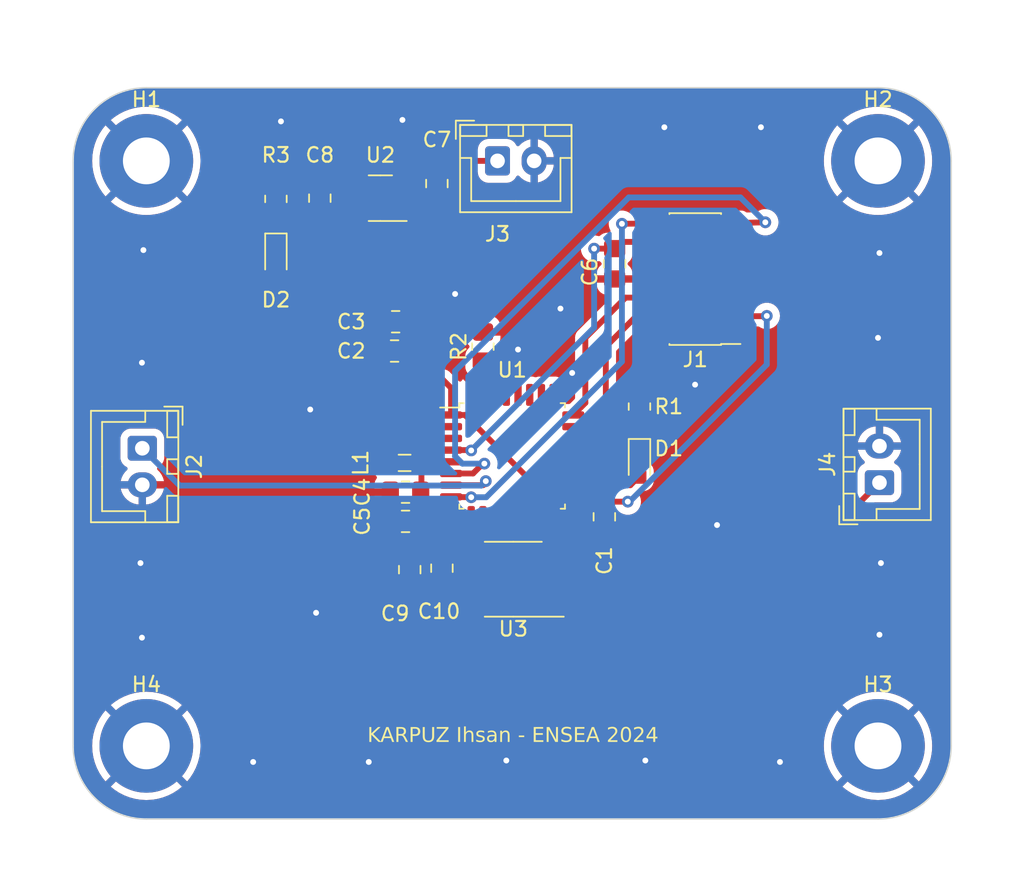
<source format=kicad_pcb>
(kicad_pcb (version 20221018) (generator pcbnew)
  (layers (0 "F.Cu" signal) (31 "B.Cu" signal) (34 "B.Paste" user) (35 "F.Paste" user) (36 "B.SilkS" user "B.Silkscreen") (37 "F.SilkS" user "F.Silkscreen") (38 "B.Mask" user) (39 "F.Mask" user) (44 "Edge.Cuts" user))
  (net 0 "")
  (net 1 "+3.3V")
  (net 2 "GND")
  (net 3 "+3.3VA")
  (net 4 "NRST")
  (net 5 "+5V")
  (net 6 "Net-(D1-K)")
  (net 7 "LED_STATUS")
  (net 8 "Net-(D2-K)")
  (net 11 "SWDIO")
  (net 12 "SWDCK")
  (net 16 "USART2_RX")
  (net 17 "USART2_TX")
  (net 18 "ADC_IN1")
  (net 19 "DAC_OUT")
  (net 20 "Net-(U1-PB9)")
  (net 23 "DAC_nLDAC")
  (net 24 "DAC_nCS")
  (net 25 "SPI1_SCK")
  (net 27 "SPI1_MOSI")
  (footprint "MountingHole:MountingHole_3.2mm_M3_Pad" (layer "F.Cu") (at 180 69)
    (fp_text reference "H2" (at 0 -4.2) (layer "F.SilkS"))
    (fp_text value "MountingHole_Pad")
    (pad "1" thru_hole circle (at 0 0) (size 6.4 6.4) (drill 3.2) (layers "*.Cu" "*.Mask") (net 2 "GND"))
  )
  (footprint "MountingHole:MountingHole_3.2mm_M3_Pad" (layer "F.Cu") (at 180 109)
    (fp_text reference "H3" (at 0 -4.2) (layer "F.SilkS"))
    (fp_text value "MountingHole_Pad")
    (pad "1" thru_hole circle (at 0 0) (size 6.4 6.4) (drill 3.2) (layers "*.Cu" "*.Mask") (net 2 "GND"))
  )
  (footprint "Capacitor_SMD:C_0805_2012Metric_Pad1.18x1.45mm_HandSolder" (layer "F.Cu") (at 147.7125 93.65 180)
    (fp_text reference "C5" (at 2.9625 0 90) (layer "F.SilkS"))
    (fp_text value "10n")
    (fp_line (start -0.261252 -0.735) (end 0.261252 -0.735) (stroke (width 0.12)) (layer "F.SilkS"))
    (fp_line (start -0.261252 0.735) (end 0.261252 0.735) (stroke (width 0.12)) (layer "F.SilkS"))
    (pad "1" smd roundrect (at -1.0375 0 180) (size 1.175 1.45) (layers "F.Cu" "F.Paste" "F.Mask") (roundrect_rratio 0.212766) (net 3 "+3.3VA"))
    (pad "2" smd roundrect (at 1.0375 0 180) (size 1.175 1.45) (layers "F.Cu" "F.Paste" "F.Mask") (roundrect_rratio 0.212766) (net 2 "GND"))
  )
  (footprint "Capacitor_SMD:C_0805_2012Metric_Pad1.18x1.45mm_HandSolder" (layer "F.Cu") (at 162 76.0375 -90)
    (fp_text reference "C6" (at 0.5625 1.7 -90) (layer "F.SilkS"))
    (fp_text value "100n")
    (fp_line (start -0.261252 -0.735) (end 0.261252 -0.735) (stroke (width 0.12)) (layer "F.SilkS"))
    (fp_line (start -0.261252 0.735) (end 0.261252 0.735) (stroke (width 0.12)) (layer "F.SilkS"))
    (pad "1" smd roundrect (at -1.0375 0 270) (size 1.175 1.45) (layers "F.Cu" "F.Paste" "F.Mask") (roundrect_rratio 0.212766) (net 4 "NRST"))
    (pad "2" smd roundrect (at 1.0375 0 270) (size 1.175 1.45) (layers "F.Cu" "F.Paste" "F.Mask") (roundrect_rratio 0.212766) (net 2 "GND"))
  )
  (footprint "Capacitor_SMD:C_0805_2012Metric_Pad1.18x1.45mm_HandSolder" (layer "F.Cu") (at 148 96.95 -90)
    (fp_text reference "C9" (at 3 1 -180) (layer "F.SilkS"))
    (fp_text value "100n")
    (fp_line (start -0.261252 -0.735) (end 0.261252 -0.735) (stroke (width 0.12)) (layer "F.SilkS"))
    (fp_line (start -0.261252 0.735) (end 0.261252 0.735) (stroke (width 0.12)) (layer "F.SilkS"))
    (pad "1" smd roundrect (at -1.0375 0 270) (size 1.175 1.45) (layers "F.Cu" "F.Paste" "F.Mask") (roundrect_rratio 0.212766) (net 3 "+3.3VA"))
    (pad "2" smd roundrect (at 1.0375 0 270) (size 1.175 1.45) (layers "F.Cu" "F.Paste" "F.Mask") (roundrect_rratio 0.212766) (net 2 "GND"))
  )
  (footprint "Connector_JST:JST_XH_B2B-XH-A_1x02_P2.50mm_Vertical" (layer "F.Cu") (at 180.1 91 90)
    (fp_text reference "J4" (at 1.25 -3.55 90) (layer "F.SilkS"))
    (fp_text value "OUTPUT")
    (fp_line (start -2.85 -2.75) (end -2.85 -1.5) (stroke (width 0.12)) (layer "F.SilkS"))
    (fp_line (start -2.56 -2.46) (end -2.56 3.51) (stroke (width 0.12)) (layer "F.SilkS"))
    (fp_line (start -2.56 3.51) (end 5.06 3.51) (stroke (width 0.12)) (layer "F.SilkS"))
    (fp_line (start -2.55 -2.45) (end -2.55 -1.7) (stroke (width 0.12)) (layer "F.SilkS"))
    (fp_line (start -2.55 -1.7) (end -0.75 -1.7) (stroke (width 0.12)) (layer "F.SilkS"))
    (fp_line (start -2.55 -0.2) (end -1.8 -0.2) (stroke (width 0.12)) (layer "F.SilkS"))
    (fp_line (start -1.8 -0.2) (end -1.8 2.75) (stroke (width 0.12)) (layer "F.SilkS"))
    (fp_line (start -1.8 2.75) (end 1.25 2.75) (stroke (width 0.12)) (layer "F.SilkS"))
    (fp_line (start -1.6 -2.75) (end -2.85 -2.75) (stroke (width 0.12)) (layer "F.SilkS"))
    (fp_line (start -0.75 -2.45) (end -2.55 -2.45) (stroke (width 0.12)) (layer "F.SilkS"))
    (fp_line (start -0.75 -1.7) (end -0.75 -2.45) (stroke (width 0.12)) (layer "F.SilkS"))
    (fp_line (start 0.75 -2.45) (end 0.75 -1.7) (stroke (width 0.12)) (layer "F.SilkS"))
    (fp_line (start 0.75 -1.7) (end 1.75 -1.7) (stroke (width 0.12)) (layer "F.SilkS"))
    (fp_line (start 1.75 -2.45) (end 0.75 -2.45) (stroke (width 0.12)) (layer "F.SilkS"))
    (fp_line (start 1.75 -1.7) (end 1.75 -2.45) (stroke (width 0.12)) (layer "F.SilkS"))
    (fp_line (start 3.25 -2.45) (end 3.25 -1.7) (stroke (width 0.12)) (layer "F.SilkS"))
    (fp_line (start 3.25 -1.7) (end 5.05 -1.7) (stroke (width 0.12)) (layer "F.SilkS"))
    (fp_line (start 4.3 -0.2) (end 4.3 2.75) (stroke (width 0.12)) (layer "F.SilkS"))
    (fp_line (start 4.3 2.75) (end 1.25 2.75) (stroke (width 0.12)) (layer "F.SilkS"))
    (fp_line (start 5.05 -2.45) (end 3.25 -2.45) (stroke (width 0.12)) (layer "F.SilkS"))
    (fp_line (start 5.05 -1.7) (end 5.05 -2.45) (stroke (width 0.12)) (layer "F.SilkS"))
    (fp_line (start 5.05 -0.2) (end 4.3 -0.2) (stroke (width 0.12)) (layer "F.SilkS"))
    (fp_line (start 5.06 -2.46) (end -2.56 -2.46) (stroke (width 0.12)) (layer "F.SilkS"))
    (fp_line (start 5.06 3.51) (end 5.06 -2.46) (stroke (width 0.12)) (layer "F.SilkS"))
    (pad "1" thru_hole roundrect (at 0 0 90) (size 1.7 2) (drill 1) (layers "*.Cu" "*.Mask") (roundrect_rratio 0.147059) (net 19 "DAC_OUT"))
    (pad "2" thru_hole oval (at 2.5 0 90) (size 1.7 2) (drill 1) (layers "*.Cu" "*.Mask") (net 2 "GND"))
  )
  (footprint "Capacitor_SMD:C_0805_2012Metric" (layer "F.Cu") (at 149.856249 70.55 -90)
    (fp_text reference "C7" (at -3 0 -180) (layer "F.SilkS"))
    (fp_text value "1uF")
    (fp_line (start -0.261252 -0.735) (end 0.261252 -0.735) (stroke (width 0.12)) (layer "F.SilkS"))
    (fp_line (start -0.261252 0.735) (end 0.261252 0.735) (stroke (width 0.12)) (layer "F.SilkS"))
    (pad "1" smd roundrect (at -0.95 0 270) (size 1 1.45) (layers "F.Cu" "F.Paste" "F.Mask") (net 5 "+5V"))
    (pad "2" smd roundrect (at 0.95 0 270) (size 1 1.45) (layers "F.Cu" "F.Paste" "F.Mask") (net 2 "GND"))
  )
  (footprint "Capacitor_SMD:C_0805_2012Metric_Pad1.18x1.45mm_HandSolder" (layer "F.Cu") (at 147.7125 91.65 180)
    (fp_text reference "C4" (at 2.9625 0 90) (layer "F.SilkS"))
    (fp_text value "1u")
    (fp_line (start -0.261252 -0.735) (end 0.261252 -0.735) (stroke (width 0.12)) (layer "F.SilkS"))
    (fp_line (start -0.261252 0.735) (end 0.261252 0.735) (stroke (width 0.12)) (layer "F.SilkS"))
    (pad "1" smd roundrect (at -1.0375 0 180) (size 1.175 1.45) (layers "F.Cu" "F.Paste" "F.Mask") (roundrect_rratio 0.212766) (net 3 "+3.3VA"))
    (pad "2" smd roundrect (at 1.0375 0 180) (size 1.175 1.45) (layers "F.Cu" "F.Paste" "F.Mask") (roundrect_rratio 0.212766) (net 2 "GND"))
  )
  (footprint "Capacitor_SMD:C_0805_2012Metric" (layer "F.Cu") (at 150.2 96.85 -90)
    (fp_text reference "C10" (at 2.95 0.2 -180) (layer "F.SilkS"))
    (fp_text value "10u")
    (fp_line (start -0.261252 -0.735) (end 0.261252 -0.735) (stroke (width 0.12)) (layer "F.SilkS"))
    (fp_line (start -0.261252 0.735) (end 0.261252 0.735) (stroke (width 0.12)) (layer "F.SilkS"))
    (pad "1" smd roundrect (at -0.95 0 270) (size 1 1.45) (layers "F.Cu" "F.Paste" "F.Mask") (net 3 "+3.3VA"))
    (pad "2" smd roundrect (at 0.95 0 270) (size 1 1.45) (layers "F.Cu" "F.Paste" "F.Mask") (net 2 "GND"))
  )
  (footprint "Resistor_SMD:R_0805_2012Metric_Pad1.20x1.40mm_HandSolder" (layer "F.Cu") (at 163.7 85.8 90)
    (fp_text reference "R1" (at 0 2 180) (layer "F.SilkS"))
    (fp_text value "1k")
    (fp_line (start -0.227064 -0.735) (end 0.227064 -0.735) (stroke (width 0.12)) (layer "F.SilkS"))
    (fp_line (start -0.227064 0.735) (end 0.227064 0.735) (stroke (width 0.12)) (layer "F.SilkS"))
    (pad "1" smd roundrect (at -1 0 90) (size 1.2 1.4) (layers "F.Cu" "F.Paste" "F.Mask") (roundrect_rratio 0.208333) (net 6 "Net-(D1-K)"))
    (pad "2" smd roundrect (at 1 0 90) (size 1.2 1.4) (layers "F.Cu" "F.Paste" "F.Mask") (roundrect_rratio 0.208333) (net 2 "GND"))
  )
  (footprint "Resistor_SMD:R_0805_2012Metric_Pad1.20x1.40mm_HandSolder" (layer "F.Cu") (at 153 81.7 90)
    (fp_text reference "R2" (at 0 -1.65 90) (layer "F.SilkS"))
    (fp_text value "100k")
    (fp_line (start -0.227064 -0.735) (end 0.227064 -0.735) (stroke (width 0.12)) (layer "F.SilkS"))
    (fp_line (start -0.227064 0.735) (end 0.227064 0.735) (stroke (width 0.12)) (layer "F.SilkS"))
    (pad "1" smd roundrect (at -1 0 90) (size 1.2 1.4) (layers "F.Cu" "F.Paste" "F.Mask") (roundrect_rratio 0.208333) (net 20 "Net-(U1-PB9)"))
    (pad "2" smd roundrect (at 1 0 90) (size 1.2 1.4) (layers "F.Cu" "F.Paste" "F.Mask") (roundrect_rratio 0.208333) (net 2 "GND"))
  )
  (footprint "Capacitor_SMD:C_0805_2012Metric_Pad1.18x1.45mm_HandSolder" (layer "F.Cu") (at 146.9625 82)
    (fp_text reference "C2" (at -2.9625 0) (layer "F.SilkS"))
    (fp_text value "100n")
    (fp_line (start -0.261252 -0.735) (end 0.261252 -0.735) (stroke (width 0.12)) (layer "F.SilkS"))
    (fp_line (start -0.261252 0.735) (end 0.261252 0.735) (stroke (width 0.12)) (layer "F.SilkS"))
    (pad "1" smd roundrect (at -1.0375 0) (size 1.175 1.45) (layers "F.Cu" "F.Paste" "F.Mask") (roundrect_rratio 0.212766) (net 1 "+3.3V"))
    (pad "2" smd roundrect (at 1.0375 0) (size 1.175 1.45) (layers "F.Cu" "F.Paste" "F.Mask") (roundrect_rratio 0.212766) (net 2 "GND"))
  )
  (footprint "LED_SMD:LED_0603_1608Metric_Pad1.05x0.95mm_HandSolder" (layer "F.Cu") (at 163.7 89.675 -90)
    (fp_text reference "D1" (at -1 -2 -180) (layer "F.SilkS"))
    (fp_text value "~")
    (fp_line (start -1.66 -0.735) (end -1.66 0.735) (stroke (width 0.12)) (layer "F.SilkS"))
    (fp_line (start -1.66 0.735) (end 0.8 0.735) (stroke (width 0.12)) (layer "F.SilkS"))
    (fp_line (start 0.8 -0.735) (end -1.66 -0.735) (stroke (width 0.12)) (layer "F.SilkS"))
    (pad "1" smd roundrect (at -0.875 0 270) (size 1.05 0.95) (layers "F.Cu" "F.Paste" "F.Mask") (net 6 "Net-(D1-K)"))
    (pad "2" smd roundrect (at 0.875 0 270) (size 1.05 0.95) (layers "F.Cu" "F.Paste" "F.Mask") (net 7 "LED_STATUS"))
  )
  (footprint "LED_SMD:LED_0603_1608Metric_Pad1.05x0.95mm_HandSolder" (layer "F.Cu") (at 138.856249 75.625 -90)
    (fp_text reference "D2" (at 2.875 0 -180) (layer "F.SilkS"))
    (fp_text value "~")
    (fp_line (start -1.66 -0.735) (end -1.66 0.735) (stroke (width 0.12)) (layer "F.SilkS"))
    (fp_line (start -1.66 0.735) (end 0.8 0.735) (stroke (width 0.12)) (layer "F.SilkS"))
    (fp_line (start 0.8 -0.735) (end -1.66 -0.735) (stroke (width 0.12)) (layer "F.SilkS"))
    (pad "1" smd roundrect (at -0.875 0 270) (size 1.05 0.95) (layers "F.Cu" "F.Paste" "F.Mask") (net 8 "Net-(D2-K)"))
    (pad "2" smd roundrect (at 0.875 0 270) (size 1.05 0.95) (layers "F.Cu" "F.Paste" "F.Mask") (net 1 "+3.3V"))
  )
  (footprint "Capacitor_SMD:C_0805_2012Metric" (layer "F.Cu") (at 141.856249 71.55 90)
    (fp_text reference "C8" (at 2.95 0) (layer "F.SilkS"))
    (fp_text value "1uF")
    (fp_line (start -0.261252 -0.735) (end 0.261252 -0.735) (stroke (width 0.12)) (layer "F.SilkS"))
    (fp_line (start -0.261252 0.735) (end 0.261252 0.735) (stroke (width 0.12)) (layer "F.SilkS"))
    (pad "1" smd roundrect (at -0.95 0 90) (size 1 1.45) (layers "F.Cu" "F.Paste" "F.Mask") (net 1 "+3.3V"))
    (pad "2" smd roundrect (at 0.95 0 90) (size 1 1.45) (layers "F.Cu" "F.Paste" "F.Mask") (net 2 "GND"))
  )
  (footprint "MountingHole:MountingHole_3.2mm_M3_Pad" (layer "F.Cu") (at 130 69)
    (fp_text reference "H1" (at 0 -4.2) (layer "F.SilkS"))
    (fp_text value "MountingHole_Pad")
    (pad "1" thru_hole circle (at 0 0) (size 6.4 6.4) (drill 3.2) (layers "*.Cu" "*.Mask") (net 2 "GND"))
  )
  (footprint "Connector_JST:JST_XH_B2B-XH-A_1x02_P2.50mm_Vertical" (layer "F.Cu") (at 129.725 88.65 -90)
    (fp_text reference "J2" (at 1.25 -3.55 90) (layer "F.SilkS"))
    (fp_text value "INPUT")
    (fp_line (start -2.85 -2.75) (end -2.85 -1.5) (stroke (width 0.12)) (layer "F.SilkS"))
    (fp_line (start -2.56 -2.46) (end -2.56 3.51) (stroke (width 0.12)) (layer "F.SilkS"))
    (fp_line (start -2.56 3.51) (end 5.06 3.51) (stroke (width 0.12)) (layer "F.SilkS"))
    (fp_line (start -2.55 -2.45) (end -2.55 -1.7) (stroke (width 0.12)) (layer "F.SilkS"))
    (fp_line (start -2.55 -1.7) (end -0.75 -1.7) (stroke (width 0.12)) (layer "F.SilkS"))
    (fp_line (start -2.55 -0.2) (end -1.8 -0.2) (stroke (width 0.12)) (layer "F.SilkS"))
    (fp_line (start -1.8 -0.2) (end -1.8 2.75) (stroke (width 0.12)) (layer "F.SilkS"))
    (fp_line (start -1.8 2.75) (end 1.25 2.75) (stroke (width 0.12)) (layer "F.SilkS"))
    (fp_line (start -1.6 -2.75) (end -2.85 -2.75) (stroke (width 0.12)) (layer "F.SilkS"))
    (fp_line (start -0.75 -2.45) (end -2.55 -2.45) (stroke (width 0.12)) (layer "F.SilkS"))
    (fp_line (start -0.75 -1.7) (end -0.75 -2.45) (stroke (width 0.12)) (layer "F.SilkS"))
    (fp_line (start 0.75 -2.45) (end 0.75 -1.7) (stroke (width 0.12)) (layer "F.SilkS"))
    (fp_line (start 0.75 -1.7) (end 1.75 -1.7) (stroke (width 0.12)) (layer "F.SilkS"))
    (fp_line (start 1.75 -2.45) (end 0.75 -2.45) (stroke (width 0.12)) (layer "F.SilkS"))
    (fp_line (start 1.75 -1.7) (end 1.75 -2.45) (stroke (width 0.12)) (layer "F.SilkS"))
    (fp_line (start 3.25 -2.45) (end 3.25 -1.7) (stroke (width 0.12)) (layer "F.SilkS"))
    (fp_line (start 3.25 -1.7) (end 5.05 -1.7) (stroke (width 0.12)) (layer "F.SilkS"))
    (fp_line (start 4.3 -0.2) (end 4.3 2.75) (stroke (width 0.12)) (layer "F.SilkS"))
    (fp_line (start 4.3 2.75) (end 1.25 2.75) (stroke (width 0.12)) (layer "F.SilkS"))
    (fp_line (start 5.05 -2.45) (end 3.25 -2.45) (stroke (width 0.12)) (layer "F.SilkS"))
    (fp_line (start 5.05 -1.7) (end 5.05 -2.45) (stroke (width 0.12)) (layer "F.SilkS"))
    (fp_line (start 5.05 -0.2) (end 4.3 -0.2) (stroke (width 0.12)) (layer "F.SilkS"))
    (fp_line (start 5.06 -2.46) (end -2.56 -2.46) (stroke (width 0.12)) (layer "F.SilkS"))
    (fp_line (start 5.06 3.51) (end 5.06 -2.46) (stroke (width 0.12)) (layer "F.SilkS"))
    (pad "1" thru_hole roundrect (at 0 0 270) (size 1.7 2) (drill 1) (layers "*.Cu" "*.Mask") (roundrect_rratio 0.147059) (net 18 "ADC_IN1"))
    (pad "2" thru_hole oval (at 2.5 0 270) (size 1.7 2) (drill 1) (layers "*.Cu" "*.Mask") (net 2 "GND"))
  )
  (footprint "Connector_PinHeader_1.27mm:PinHeader_2x07_P1.27mm_Vertical_SMD" (layer "F.Cu") (at 167.51 77.08 180)
    (fp_text reference "J1" (at 0 -5.505) (layer "F.SilkS"))
    (fp_text value "Conn_02x07_Odd_Even")
    (fp_line (start -3.09 -4.44) (end -1.765 -4.44) (stroke (width 0.12)) (layer "F.SilkS"))
    (fp_line (start -1.765 -4.505) (end -1.765 -4.44) (stroke (width 0.12)) (layer "F.SilkS"))
    (fp_line (start -1.765 -4.505) (end 1.765 -4.505) (stroke (width 0.12)) (layer "F.SilkS"))
    (fp_line (start -1.765 4.44) (end -1.765 4.505) (stroke (width 0.12)) (layer "F.SilkS"))
    (fp_line (start -1.765 4.505) (end 1.765 4.505) (stroke (width 0.12)) (layer "F.SilkS"))
    (fp_line (start 1.765 -4.505) (end 1.765 -4.44) (stroke (width 0.12)) (layer "F.SilkS"))
    (fp_line (start 1.765 4.44) (end 1.765 4.505) (stroke (width 0.12)) (layer "F.SilkS"))
    (pad "1" smd rect (at -1.95 -3.81 180) (size 2.4 0.74) (layers "F.Cu" "F.Paste" "F.Mask"))
    (pad "2" smd rect (at 1.95 -3.81 180) (size 2.4 0.74) (layers "F.Cu" "F.Paste" "F.Mask"))
    (pad "3" smd rect (at -1.95 -2.54 180) (size 2.4 0.74) (layers "F.Cu" "F.Paste" "F.Mask") (net 1 "+3.3V"))
    (pad "4" smd rect (at 1.95 -2.54 180) (size 2.4 0.74) (layers "F.Cu" "F.Paste" "F.Mask") (net 11 "SWDIO"))
    (pad "5" smd rect (at -1.95 -1.27 180) (size 2.4 0.74) (layers "F.Cu" "F.Paste" "F.Mask") (net 2 "GND"))
    (pad "6" smd rect (at 1.95 -1.27 180) (size 2.4 0.74) (layers "F.Cu" "F.Paste" "F.Mask") (net 12 "SWDCK"))
    (pad "7" smd rect (at -1.95 0 180) (size 2.4 0.74) (layers "F.Cu" "F.Paste" "F.Mask") (net 2 "GND"))
    (pad "8" smd rect (at 1.95 0 180) (size 2.4 0.74) (layers "F.Cu" "F.Paste" "F.Mask"))
    (pad "9" smd rect (at -1.95 1.27 180) (size 2.4 0.74) (layers "F.Cu" "F.Paste" "F.Mask"))
    (pad "10" smd rect (at 1.95 1.27 180) (size 2.4 0.74) (layers "F.Cu" "F.Paste" "F.Mask"))
    (pad "11" smd rect (at -1.95 2.54 180) (size 2.4 0.74) (layers "F.Cu" "F.Paste" "F.Mask") (net 2 "GND"))
    (pad "12" smd rect (at 1.95 2.54 180) (size 2.4 0.74) (layers "F.Cu" "F.Paste" "F.Mask") (net 4 "NRST"))
    (pad "13" smd rect (at -1.95 3.81 180) (size 2.4 0.74) (layers "F.Cu" "F.Paste" "F.Mask") (net 16 "USART2_RX"))
    (pad "14" smd rect (at 1.95 3.81 180) (size 2.4 0.74) (layers "F.Cu" "F.Paste" "F.Mask") (net 17 "USART2_TX"))
  )
  (footprint "Connector_JST:JST_XH_B2B-XH-A_1x02_P2.50mm_Vertical" (layer "F.Cu") (at 154 69)
    (fp_text reference "J3" (at 0 5) (layer "F.SilkS"))
    (fp_text value "POWER")
    (fp_line (start -2.85 -2.75) (end -2.85 -1.5) (stroke (width 0.12)) (layer "F.SilkS"))
    (fp_line (start -2.56 -2.46) (end -2.56 3.51) (stroke (width 0.12)) (layer "F.SilkS"))
    (fp_line (start -2.56 3.51) (end 5.06 3.51) (stroke (width 0.12)) (layer "F.SilkS"))
    (fp_line (start -2.55 -2.45) (end -2.55 -1.7) (stroke (width 0.12)) (layer "F.SilkS"))
    (fp_line (start -2.55 -1.7) (end -0.75 -1.7) (stroke (width 0.12)) (layer "F.SilkS"))
    (fp_line (start -2.55 -0.2) (end -1.8 -0.2) (stroke (width 0.12)) (layer "F.SilkS"))
    (fp_line (start -1.8 -0.2) (end -1.8 2.75) (stroke (width 0.12)) (layer "F.SilkS"))
    (fp_line (start -1.8 2.75) (end 1.25 2.75) (stroke (width 0.12)) (layer "F.SilkS"))
    (fp_line (start -1.6 -2.75) (end -2.85 -2.75) (stroke (width 0.12)) (layer "F.SilkS"))
    (fp_line (start -0.75 -2.45) (end -2.55 -2.45) (stroke (width 0.12)) (layer "F.SilkS"))
    (fp_line (start -0.75 -1.7) (end -0.75 -2.45) (stroke (width 0.12)) (layer "F.SilkS"))
    (fp_line (start 0.75 -2.45) (end 0.75 -1.7) (stroke (width 0.12)) (layer "F.SilkS"))
    (fp_line (start 0.75 -1.7) (end 1.75 -1.7) (stroke (width 0.12)) (layer "F.SilkS"))
    (fp_line (start 1.75 -2.45) (end 0.75 -2.45) (stroke (width 0.12)) (layer "F.SilkS"))
    (fp_line (start 1.75 -1.7) (end 1.75 -2.45) (stroke (width 0.12)) (layer "F.SilkS"))
    (fp_line (start 3.25 -2.45) (end 3.25 -1.7) (stroke (width 0.12)) (layer "F.SilkS"))
    (fp_line (start 3.25 -1.7) (end 5.05 -1.7) (stroke (width 0.12)) (layer "F.SilkS"))
    (fp_line (start 4.3 -0.2) (end 4.3 2.75) (stroke (width 0.12)) (layer "F.SilkS"))
    (fp_line (start 4.3 2.75) (end 1.25 2.75) (stroke (width 0.12)) (layer "F.SilkS"))
    (fp_line (start 5.05 -2.45) (end 3.25 -2.45) (stroke (width 0.12)) (layer "F.SilkS"))
    (fp_line (start 5.05 -1.7) (end 5.05 -2.45) (stroke (width 0.12)) (layer "F.SilkS"))
    (fp_line (start 5.05 -0.2) (end 4.3 -0.2) (stroke (width 0.12)) (layer "F.SilkS"))
    (fp_line (start 5.06 -2.46) (end -2.56 -2.46) (stroke (width 0.12)) (layer "F.SilkS"))
    (fp_line (start 5.06 3.51) (end 5.06 -2.46) (stroke (width 0.12)) (layer "F.SilkS"))
    (pad "1" thru_hole roundrect (at 0 0) (size 1.7 2) (drill 1) (layers "*.Cu" "*.Mask") (roundrect_rratio 0.147059) (net 5 "+5V"))
    (pad "2" thru_hole oval (at 2.5 0) (size 1.7 2) (drill 1) (layers "*.Cu" "*.Mask") (net 2 "GND"))
  )
  (footprint "Inductor_SMD:L_0805_2012Metric_Pad1.05x1.20mm_HandSolder" (layer "F.Cu") (at 147.65 89.65)
    (fp_text reference "L1" (at -3 0 90) (layer "F.SilkS"))
    (fp_text value "39n")
    (fp_line (start -0.410242 -0.56) (end 0.410242 -0.56) (stroke (width 0.12)) (layer "F.SilkS"))
    (fp_line (start -0.410242 0.56) (end 0.410242 0.56) (stroke (width 0.12)) (layer "F.SilkS"))
    (pad "1" smd roundrect (at -1.15 0) (size 1.05 1.2) (layers "F.Cu" "F.Paste" "F.Mask") (roundrect_rratio 0.238095) (net 1 "+3.3V"))
    (pad "2" smd roundrect (at 1.15 0) (size 1.05 1.2) (layers "F.Cu" "F.Paste" "F.Mask") (roundrect_rratio 0.238095) (net 3 "+3.3VA"))
  )
  (footprint "Package_SO:SOIC-8_3.9x4.9mm_P1.27mm" (layer "F.Cu") (at 155.075 97.605 180)
    (fp_text reference "U3" (at 0 -3.4) (layer "F.SilkS"))
    (fp_text value "MCP4801")
    (fp_line (start 0 -2.56) (end -3.45 -2.56) (stroke (width 0.12)) (layer "F.SilkS"))
    (fp_line (start 0 -2.56) (end 1.95 -2.56) (stroke (width 0.12)) (layer "F.SilkS"))
    (fp_line (start 0 2.56) (end -1.95 2.56) (stroke (width 0.12)) (layer "F.SilkS"))
    (fp_line (start 0 2.56) (end 1.95 2.56) (stroke (width 0.12)) (layer "F.SilkS"))
    (pad "1" smd roundrect (at -2.475 -1.905 180) (size 1.95 0.6) (layers "F.Cu" "F.Paste" "F.Mask") (net 3 "+3.3VA"))
    (pad "2" smd roundrect (at -2.475 -0.635 180) (size 1.95 0.6) (layers "F.Cu" "F.Paste" "F.Mask") (net 24 "DAC_nCS"))
    (pad "3" smd roundrect (at -2.475 0.635 180) (size 1.95 0.6) (layers "F.Cu" "F.Paste" "F.Mask") (net 25 "SPI1_SCK"))
    (pad "4" smd roundrect (at -2.475 1.905 180) (size 1.95 0.6) (layers "F.Cu" "F.Paste" "F.Mask") (net 27 "SPI1_MOSI"))
    (pad "5" smd roundrect (at 2.475 1.905 180) (size 1.95 0.6) (layers "F.Cu" "F.Paste" "F.Mask") (net 23 "DAC_nLDAC"))
    (pad "6" smd roundrect (at 2.475 0.635 180) (size 1.95 0.6) (layers "F.Cu" "F.Paste" "F.Mask") (net 3 "+3.3VA"))
    (pad "7" smd roundrect (at 2.475 -0.635 180) (size 1.95 0.6) (layers "F.Cu" "F.Paste" "F.Mask") (net 2 "GND"))
    (pad "8" smd roundrect (at 2.475 -1.905 180) (size 1.95 0.6) (layers "F.Cu" "F.Paste" "F.Mask") (net 19 "DAC_OUT"))
  )
  (footprint "Capacitor_SMD:C_0805_2012Metric_Pad1.18x1.45mm_HandSolder" (layer "F.Cu") (at 161.3 93.3375 -90)
    (fp_text reference "C1" (at 3 0 90) (layer "F.SilkS"))
    (fp_text value "4u7")
    (fp_line (start -0.261252 -0.735) (end 0.261252 -0.735) (stroke (width 0.12)) (layer "F.SilkS"))
    (fp_line (start -0.261252 0.735) (end 0.261252 0.735) (stroke (width 0.12)) (layer "F.SilkS"))
    (pad "1" smd roundrect (at -1.0375 0 270) (size 1.175 1.45) (layers "F.Cu" "F.Paste" "F.Mask") (roundrect_rratio 0.212766) (net 1 "+3.3V"))
    (pad "2" smd roundrect (at 1.0375 0 270) (size 1.175 1.45) (layers "F.Cu" "F.Paste" "F.Mask") (roundrect_rratio 0.212766) (net 2 "GND"))
  )
  (footprint "Resistor_SMD:R_0805_2012Metric_Pad1.20x1.40mm_HandSolder" (layer "F.Cu") (at 138.856249 71.6 90)
    (fp_text reference "R3" (at 3 0 180) (layer "F.SilkS"))
    (fp_text value "1k")
    (fp_line (start -0.227064 -0.735) (end 0.227064 -0.735) (stroke (width 0.12)) (layer "F.SilkS"))
    (fp_line (start -0.227064 0.735) (end 0.227064 0.735) (stroke (width 0.12)) (layer "F.SilkS"))
    (pad "1" smd roundrect (at -1 0 90) (size 1.2 1.4) (layers "F.Cu" "F.Paste" "F.Mask") (roundrect_rratio 0.208333) (net 8 "Net-(D2-K)"))
    (pad "2" smd roundrect (at 1 0 90) (size 1.2 1.4) (layers "F.Cu" "F.Paste" "F.Mask") (roundrect_rratio 0.208333) (net 2 "GND"))
  )
  (footprint "Package_QFP:LQFP-32_7x7mm_P0.8mm" (layer "F.Cu") (at 155 89.175)
    (fp_text reference "U1" (at 0 -5.88) (layer "F.SilkS"))
    (fp_text value "STM32L021K4Tx")
    (fp_line (start -3.61 -3.61) (end -3.61 -3.31) (stroke (width 0.12)) (layer "F.SilkS"))
    (fp_line (start -3.61 -3.31) (end -4.925 -3.31) (stroke (width 0.12)) (layer "F.SilkS"))
    (fp_line (start -3.61 3.61) (end -3.61 3.31) (stroke (width 0.12)) (layer "F.SilkS"))
    (fp_line (start -3.31 -3.61) (end -3.61 -3.61) (stroke (width 0.12)) (layer "F.SilkS"))
    (fp_line (start -3.31 3.61) (end -3.61 3.61) (stroke (width 0.12)) (layer "F.SilkS"))
    (fp_line (start 3.31 -3.61) (end 3.61 -3.61) (stroke (width 0.12)) (layer "F.SilkS"))
    (fp_line (start 3.31 3.61) (end 3.61 3.61) (stroke (width 0.12)) (layer "F.SilkS"))
    (fp_line (start 3.61 -3.61) (end 3.61 -3.31) (stroke (width 0.12)) (layer "F.SilkS"))
    (fp_line (start 3.61 3.61) (end 3.61 3.31) (stroke (width 0.12)) (layer "F.SilkS"))
    (pad "1" smd roundrect (at -4.175 -2.8) (size 1.5 0.5) (layers "F.Cu" "F.Paste" "F.Mask") (net 1 "+3.3V"))
    (pad "2" smd roundrect (at -4.175 -2) (size 1.5 0.5) (layers "F.Cu" "F.Paste" "F.Mask"))
    (pad "3" smd roundrect (at -4.175 -1.2) (size 1.5 0.5) (layers "F.Cu" "F.Paste" "F.Mask"))
    (pad "4" smd roundrect (at -4.175 -0.4) (size 1.5 0.5) (layers "F.Cu" "F.Paste" "F.Mask") (net 4 "NRST"))
    (pad "5" smd roundrect (at -4.175 0.4) (size 1.5 0.5) (layers "F.Cu" "F.Paste" "F.Mask") (net 3 "+3.3VA"))
    (pad "6" smd roundrect (at -4.175 1.2) (size 1.5 0.5) (layers "F.Cu" "F.Paste" "F.Mask") (net 16 "USART2_RX"))
    (pad "7" smd roundrect (at -4.175 2) (size 1.5 0.5) (layers "F.Cu" "F.Paste" "F.Mask") (net 18 "ADC_IN1"))
    (pad "8" smd roundrect (at -4.175 2.8) (size 1.5 0.5) (layers "F.Cu" "F.Paste" "F.Mask") (net 17 "USART2_TX"))
    (pad "9" smd roundrect (at -2.8 4.175) (size 0.5 1.5) (layers "F.Cu" "F.Paste" "F.Mask") (net 23 "DAC_nLDAC"))
    (pad "10" smd roundrect (at -2 4.175) (size 0.5 1.5) (layers "F.Cu" "F.Paste" "F.Mask") (net 24 "DAC_nCS"))
    (pad "11" smd roundrect (at -1.2 4.175) (size 0.5 1.5) (layers "F.Cu" "F.Paste" "F.Mask") (net 25 "SPI1_SCK"))
    (pad "12" smd roundrect (at -0.4 4.175) (size 0.5 1.5) (layers "F.Cu" "F.Paste" "F.Mask"))
    (pad "13" smd roundrect (at 0.4 4.175) (size 0.5 1.5) (layers "F.Cu" "F.Paste" "F.Mask") (net 27 "SPI1_MOSI"))
    (pad "14" smd roundrect (at 1.2 4.175) (size 0.5 1.5) (layers "F.Cu" "F.Paste" "F.Mask"))
    (pad "15" smd roundrect (at 2 4.175) (size 0.5 1.5) (layers "F.Cu" "F.Paste" "F.Mask"))
    (pad "16" smd roundrect (at 2.8 4.175) (size 0.5 1.5) (layers "F.Cu" "F.Paste" "F.Mask") (net 2 "GND"))
    (pad "17" smd roundrect (at 4.175 2.8) (size 1.5 0.5) (layers "F.Cu" "F.Paste" "F.Mask") (net 1 "+3.3V"))
    (pad "18" smd roundrect (at 4.175 2) (size 1.5 0.5) (layers "F.Cu" "F.Paste" "F.Mask") (net 7 "LED_STATUS"))
    (pad "19" smd roundrect (at 4.175 1.2) (size 1.5 0.5) (layers "F.Cu" "F.Paste" "F.Mask"))
    (pad "20" smd roundrect (at 4.175 0.4) (size 1.5 0.5) (layers "F.Cu" "F.Paste" "F.Mask"))
    (pad "21" smd roundrect (at 4.175 -0.4) (size 1.5 0.5) (layers "F.Cu" "F.Paste" "F.Mask"))
    (pad "22" smd roundrect (at 4.175 -1.2) (size 1.5 0.5) (layers "F.Cu" "F.Paste" "F.Mask"))
    (pad "23" smd roundrect (at 4.175 -2) (size 1.5 0.5) (layers "F.Cu" "F.Paste" "F.Mask") (net 11 "SWDIO"))
    (pad "24" smd roundrect (at 4.175 -2.8) (size 1.5 0.5) (layers "F.Cu" "F.Paste" "F.Mask") (net 12 "SWDCK"))
    (pad "25" smd roundrect (at 2.8 -4.175) (size 0.5 1.5) (layers "F.Cu" "F.Paste" "F.Mask"))
    (pad "26" smd roundrect (at 2 -4.175) (size 0.5 1.5) (layers "F.Cu" "F.Paste" "F.Mask"))
    (pad "27" smd roundrect (at 1.2 -4.175) (size 0.5 1.5) (layers "F.Cu" "F.Paste" "F.Mask"))
    (pad "28" smd roundrect (at 0.4 -4.175) (size 0.5 1.5) (layers "F.Cu" "F.Paste" "F.Mask"))
    (pad "29" smd roundrect (at -0.4 -4.175) (size 0.5 1.5) (layers "F.Cu" "F.Paste" "F.Mask"))
    (pad "30" smd roundrect (at -1.2 -4.175) (size 0.5 1.5) (layers "F.Cu" "F.Paste" "F.Mask"))
    (pad "31" smd roundrect (at -2 -4.175) (size 0.5 1.5) (layers "F.Cu" "F.Paste" "F.Mask") (net 20 "Net-(U1-PB9)"))
    (pad "32" smd roundrect (at -2.8 -4.175) (size 0.5 1.5) (layers "F.Cu" "F.Paste" "F.Mask") (net 2 "GND"))
  )
  (footprint "Capacitor_SMD:C_0805_2012Metric_Pad1.18x1.45mm_HandSolder" (layer "F.Cu") (at 147.0375 80)
    (fp_text reference "C3" (at -3.0375 0) (layer "F.SilkS"))
    (fp_text value "100n")
    (fp_line (start -0.261252 -0.735) (end 0.261252 -0.735) (stroke (width 0.12)) (layer "F.SilkS"))
    (fp_line (start -0.261252 0.735) (end 0.261252 0.735) (stroke (width 0.12)) (layer "F.SilkS"))
    (pad "1" smd roundrect (at -1.0375 0) (size 1.175 1.45) (layers "F.Cu" "F.Paste" "F.Mask") (roundrect_rratio 0.212766) (net 1 "+3.3V"))
    (pad "2" smd roundrect (at 1.0375 0) (size 1.175 1.45) (layers "F.Cu" "F.Paste" "F.Mask") (roundrect_rratio 0.212766) (net 2 "GND"))
  )
  (footprint "MountingHole:MountingHole_3.2mm_M3_Pad" (layer "F.Cu") (at 130 109)
    (fp_text reference "H4" (at 0 -4.2) (layer "F.SilkS"))
    (fp_text value "MountingHole_Pad")
    (pad "1" thru_hole circle (at 0 0) (size 6.4 6.4) (drill 3.2) (layers "*.Cu" "*.Mask") (net 2 "GND"))
  )
  (footprint "Package_TO_SOT_SMD:SOT-23-5" (layer "F.Cu") (at 145.993749 71.55 180)
    (fp_text reference "U2" (at 0 2.95) (layer "F.SilkS"))
    (fp_text value "MCP1802x-xx02xOT")
    (fp_line (start 0 -1.56) (end -1.8 -1.56) (stroke (width 0.12)) (layer "F.SilkS"))
    (fp_line (start 0 -1.56) (end 0.8 -1.56) (stroke (width 0.12)) (layer "F.SilkS"))
    (fp_line (start 0 1.56) (end -0.8 1.56) (stroke (width 0.12)) (layer "F.SilkS"))
    (fp_line (start 0 1.56) (end 0.8 1.56) (stroke (width 0.12)) (layer "F.SilkS"))
    (pad "1" smd roundrect (at -1.1375 -0.95 180) (size 1.325 0.6) (layers "F.Cu" "F.Paste" "F.Mask") (net 5 "+5V"))
    (pad "2" smd roundrect (at -1.1375 0 180) (size 1.325 0.6) (layers "F.Cu" "F.Paste" "F.Mask") (net 2 "GND"))
    (pad "3" smd roundrect (at -1.1375 0.95 180) (size 1.325 0.6) (layers "F.Cu" "F.Paste" "F.Mask") (net 5 "+5V"))
    (pad "4" smd roundrect (at 1.1375 0.95 180) (size 1.325 0.6) (layers "F.Cu" "F.Paste" "F.Mask"))
    (pad "5" smd roundrect (at 1.1375 -0.95 180) (size 1.325 0.6) (layers "F.Cu" "F.Paste" "F.Mask") (net 1 "+3.3V"))
  )
  (gr_line (start 180 114) (end 130 114) (stroke (width 0.1)) (layer "Edge.Cuts"))
  (gr_line (start 130 64) (end 180 64) (stroke (width 0.1)) (layer "Edge.Cuts"))
  (gr_arc (start 125 69) (mid 126.464466 65.464466) (end 130 64) (stroke (width 0.1)) (layer "Edge.Cuts"))
  (gr_arc (start 130 114) (mid 126.464466 112.535534) (end 125 109) (stroke (width 0.1)) (layer "Edge.Cuts"))
  (gr_line (start 185 69) (end 185 109) (stroke (width 0.1)) (layer "Edge.Cuts"))
  (gr_arc (start 180 64) (mid 183.535534 65.464466) (end 185 69) (stroke (width 0.1)) (layer "Edge.Cuts"))
  (gr_arc (start 185 109) (mid 183.535534 112.535534) (end 180 114) (stroke (width 0.1)) (layer "Edge.Cuts"))
  (gr_line (start 125 109) (end 125 69) (stroke (width 0.1)) (layer "Edge.Cuts"))
  (gr_text "KARPUZ Ihsan - ENSEA 2024" (at 145.1 108.9) (layer "F.SilkS") (effects (font (size 1 1)) (justify left bottom)))
  (segment (start 145.925 80.075) (end 146 80) (width 0.4) (layer "F.Cu") (net 1))
  (segment (start 160.975 91.975) (end 161.3 92.3) (width 0.4) (layer "F.Cu") (net 1))
  (segment (start 150.825 86.375) (end 150.825 84.525) (width 0.4) (layer "F.Cu") (net 1))
  (segment (start 150.825 84.525) (end 150.25 83.95) (width 0.4) (layer "F.Cu") (net 1))
  (segment (start 144.856249 72.5) (end 141.856249 72.5) (width 0.4) (layer "F.Cu") (net 1))
  (segment (start 157.375 91.975) (end 159.175 91.975) (width 0.4) (layer "F.Cu") (net 1))
  (segment (start 169.46 79.62) (end 172.38 79.62) (width 0.4) (layer "F.Cu") (net 1))
  (segment (start 146 80) (end 146 73.643751) (width 0.4) (layer "F.Cu") (net 1))
  (segment (start 145.925 82) (end 145.925 80.075) (width 0.4) (layer "F.Cu") (net 1))
  (segment (start 149.775 86.375) (end 146.5 89.65) (width 0.4) (layer "F.Cu") (net 1))
  (segment (start 147.875 83.95) (end 145.925 82) (width 0.4) (layer "F.Cu") (net 1))
  (segment (start 159.175 91.975) (end 160.975 91.975) (width 0.4) (layer "F.Cu") (net 1))
  (segment (start 146 73.643751) (end 144.856249 72.5) (width 0.4) (layer "F.Cu") (net 1))
  (segment (start 150.25 83.95) (end 147.875 83.95) (width 0.4) (layer "F.Cu") (net 1))
  (segment (start 141.856249 73.5) (end 141.856249 72.5) (width 0.4) (layer "F.Cu") (net 1))
  (segment (start 151.775 86.375) (end 157.375 91.975) (width 0.4) (layer "F.Cu") (net 1))
  (segment (start 150.825 86.375) (end 151.775 86.375) (width 0.4) (layer "F.Cu") (net 1))
  (segment (start 172.38 79.62) (end 172.4 79.6) (width 0.4) (layer "F.Cu") (net 1))
  (segment (start 161.3 92.3) (end 162.9 92.3) (width 0.4) (layer "F.Cu") (net 1))
  (segment (start 150.825 86.375) (end 149.775 86.375) (width 0.4) (layer "F.Cu") (net 1))
  (segment (start 162.9 92.3) (end 162.8 92.3) (width 0.4) (layer "F.Cu") (net 1))
  (segment (start 138.856249 76.5) (end 141.856249 73.5) (width 0.4) (layer "F.Cu") (net 1))
  (via (at 162.9 92.3) (size 0.8) (drill 0.4) (layers "F.Cu" "B.Cu") (net 1))
  (via (at 172.4 79.6) (size 0.8) (drill 0.4) (layers "F.Cu" "B.Cu") (net 1))
  (segment (start 163.025305 92.3) (end 162.9 92.3) (width 0.4) (layer "B.Cu") (net 1))
  (segment (start 172.4 82.925305) (end 163.025305 92.3) (width 0.4) (layer "B.Cu") (net 1))
  (segment (start 172.4 79.6) (end 172.4 82.925305) (width 0.4) (layer "B.Cu") (net 1))
  (segment (start 147.131249 71.55) (end 149.806249 71.55) (width 0.4) (layer "F.Cu") (net 2))
  (segment (start 149.806249 71.55) (end 149.856249 71.5) (width 0.4) (layer "F.Cu") (net 2))
  (segment (start 152.2 85) (end 152.2 84.2) (width 0.4) (layer "F.Cu") (net 2))
  (segment (start 148 80.075) (end 148.075 80) (width 0.4) (layer "F.Cu") (net 2))
  (segment (start 148 82) (end 148 80.075) (width 0.4) (layer "F.Cu") (net 2))
  (segment (start 152.6 98.24) (end 150.64 98.24) (width 0.4) (layer "F.Cu") (net 2))
  (segment (start 152.2 84.2) (end 151.5 83.5) (width 0.4) (layer "F.Cu") (net 2))
  (segment (start 150.64 98.24) (end 150.2 97.8) (width 0.4) (layer "F.Cu") (net 2))
  (via (at 165.4 66.7) (size 0.8) (drill 0.4) (layers "F.Cu" "B.Cu") (net 2))
  (via (at 147.5 66.2) (size 0.8) (drill 0.4) (layers "F.Cu" "B.Cu") (net 2))
  (via (at 154.6 110) (size 0.8) (drill 0.4) (layers "F.Cu" "B.Cu") (net 2))
  (via (at 145.2 110.1) (size 0.8) (drill 0.4) (layers "F.Cu" "B.Cu") (net 2))
  (via (at 137.3 110.1) (size 0.8) (drill 0.4) (layers "F.Cu" "B.Cu") (net 2))
  (via (at 129.7 82.8) (size 0.8) (drill 0.4) (layers "F.Cu" "B.Cu") (net 2))
  (via (at 180 81.1) (size 0.8) (drill 0.4) (layers "F.Cu" "B.Cu") (net 2))
  (via (at 173.3 110.1) (size 0.8) (drill 0.4) (layers "F.Cu" "B.Cu") (net 2))
  (via (at 151.1 78.1) (size 0.8) (drill 0.4) (layers "F.Cu" "B.Cu") (net 2))
  (via (at 141.2 86) (size 0.8) (drill 0.4) (layers "F.Cu" "B.Cu") (net 2))
  (via (at 180.1 75.3) (size 0.8) (drill 0.4) (layers "F.Cu" "B.Cu") (net 2))
  (via (at 164.1 110) (size 0.8) (drill 0.4) (layers "F.Cu" "B.Cu") (net 2))
  (via (at 129.7 101.6) (size 0.8) (drill 0.4) (layers "F.Cu" "B.Cu") (net 2))
  (via (at 180.2 96.5) (size 0.8) (drill 0.4) (layers "F.Cu" "B.Cu") (net 2))
  (via (at 141.6 99.9) (size 0.8) (drill 0.4) (layers "F.Cu" "B.Cu") (net 2))
  (via (at 129.6 96.5) (size 0.8) (drill 0.4) (layers "F.Cu" "B.Cu") (net 2))
  (via (at 129.8 75.1) (size 0.8) (drill 0.4) (layers "F.Cu" "B.Cu") (net 2))
  (via (at 139.2 66.3) (size 0.8) (drill 0.4) (layers "F.Cu" "B.Cu") (net 2))
  (via (at 169 93.9) (size 0.8) (drill 0.4) (layers "F.Cu" "B.Cu") (net 2))
  (via (at 167.5 84.3) (size 0.8) (drill 0.4) (layers "F.Cu" "B.Cu") (net 2))
  (via (at 180.1 101.4) (size 0.8) (drill 0.4) (layers "F.Cu" "B.Cu") (net 2))
  (via (at 159.1 83.5) (size 0.8) (drill 0.4) (layers "F.Cu" "B.Cu") (net 2))
  (via (at 172 66.7) (size 0.8) (drill 0.4) (layers "F.Cu" "B.Cu") (net 2))
  (via (at 155.4 81.9) (size 0.8) (drill 0.4) (layers "F.Cu" "B.Cu") (net 2))
  (via (at 158.3 79.1) (size 0.8) (drill 0.4) (layers "F.Cu" "B.Cu") (net 2))
  (segment (start 153.67 96.97) (end 156.21 99.51) (width 0.4) (layer "F.Cu") (net 3))
  (segment (start 150.825 89.575) (end 148.875 89.575) (width 0.4) (layer "F.Cu") (net 3))
  (segment (start 156.21 99.51) (end 157.55 99.51) (width 0.4) (layer "F.Cu") (net 3))
  (segment (start 148.75 91.65) (end 148.75 93.65) (width 0.4) (layer "F.Cu") (net 3))
  (segment (start 152.6 96.97) (end 153.67 96.97) (width 0.4) (layer "F.Cu") (net 3))
  (segment (start 150.1875 95.9125) (end 150.2 95.9) (width 0.4) (layer "F.Cu") (net 3))
  (segment (start 148.75 93.65) (end 148.75 95.1625) (width 0.4) (layer "F.Cu") (net 3))
  (segment (start 148.8 89.65) (end 148.8 91.6) (width 0.4) (layer "F.Cu") (net 3))
  (segment (start 148.875 89.575) (end 148.8 89.65) (width 0.4) (layer "F.Cu") (net 3))
  (segment (start 148.8 91.6) (end 148.75 91.65) (width 0.4) (layer "F.Cu") (net 3))
  (segment (start 151.27 96.97) (end 152.6 96.97) (width 0.4) (layer "F.Cu") (net 3))
  (segment (start 152.6 96.97) (end 152.57 97) (width 0.4) (layer "F.Cu") (net 3))
  (segment (start 148.75 95.1625) (end 148 95.9125) (width 0.4) (layer "F.Cu") (net 3))
  (segment (start 148 95.9125) (end 150.1875 95.9125) (width 0.4) (layer "F.Cu") (net 3))
  (segment (start 150.2 95.9) (end 151.27 96.97) (width 0.4) (layer "F.Cu") (net 3))
  (segment (start 148.1375 96.05) (end 148 95.9125) (width 0.4) (layer "F.Cu") (net 3))
  (segment (start 152.05 88.775) (end 152.2 88.8) (width 0.4) (layer "F.Cu") (net 4))
  (segment (start 152.1 88.775) (end 152.075 88.775) (width 0.4) (layer "F.Cu") (net 4))
  (segment (start 162 75) (end 160.6 75) (width 0.4) (layer "F.Cu") (net 4))
  (segment (start 165.56 74.54) (end 162.46 74.54) (width 0.4) (layer "F.Cu") (net 4))
  (segment (start 152.2 88.8) (end 152.1 88.775) (width 0.4) (layer "F.Cu") (net 4))
  (segment (start 162.46 74.54) (end 162 75) (width 0.4) (layer "F.Cu") (net 4))
  (segment (start 150.825 88.775) (end 152.05 88.775) (width 0.4) (layer "F.Cu") (net 4))
  (via (at 160.6 75) (size 0.8) (drill 0.4) (layers "F.Cu" "B.Cu") (net 4))
  (via (at 152.2 88.8) (size 0.8) (drill 0.4) (layers "F.Cu" "B.Cu") (net 4))
  (segment (start 152.2 88.8) (end 160.6 80.4) (width 0.4) (layer "B.Cu") (net 4))
  (segment (start 160.6 80.4) (end 160.6 75) (width 0.4) (layer "B.Cu") (net 4))
  (segment (start 149.856249 69.6) (end 148.131249 69.6) (width 0.4) (layer "F.Cu") (net 5))
  (segment (start 148.131249 69.6) (end 147.131249 70.6) (width 0.4) (layer "F.Cu") (net 5))
  (segment (start 147.131249 70.6) (end 146.46875 70.6) (width 0.4) (layer "F.Cu") (net 5))
  (segment (start 150.456249 69) (end 149.856249 69.6) (width 0.4) (layer "F.Cu") (net 5))
  (segment (start 146.46875 70.6) (end 145.856249 71.212501) (width 0.4) (layer "F.Cu") (net 5))
  (segment (start 154 69) (end 150.456249 69) (width 0.4) (layer "F.Cu") (net 5))
  (segment (start 145.856249 71.887499) (end 146.46875 72.5) (width 0.4) (layer "F.Cu") (net 5))
  (segment (start 145.856249 71.212501) (end 145.856249 71.887499) (width 0.4) (layer "F.Cu") (net 5))
  (segment (start 146.46875 72.5) (end 147.131249 72.5) (width 0.4) (layer "F.Cu") (net 5))
  (segment (start 163.7 86.8) (end 163.7 88.8) (width 0.4) (layer "F.Cu") (net 6))
  (segment (start 163.075 91.175) (end 163.7 90.55) (width 0.4) (layer "F.Cu") (net 7))
  (segment (start 159.175 91.175) (end 163.075 91.175) (width 0.4) (layer "F.Cu") (net 7))
  (segment (start 138.856249 74.75) (end 138.856249 72.6) (width 0.4) (layer "F.Cu") (net 8))
  (segment (start 161.4 81.7) (end 161.4 85.699999) (width 0.4) (layer "F.Cu") (net 11))
  (segment (start 161.4 85.699999) (end 159.924999 87.175) (width 0.4) (layer "F.Cu") (net 11))
  (segment (start 163.48 79.62) (end 161.4 81.7) (width 0.4) (layer "F.Cu") (net 11))
  (segment (start 159.924999 87.175) (end 159.175 87.175) (width 0.4) (layer "F.Cu") (net 11))
  (segment (start 165.56 79.62) (end 163.48 79.62) (width 0.4) (layer "F.Cu") (net 11))
  (segment (start 160 85.55) (end 159.175 86.375) (width 0.4) (layer "F.Cu") (net 12))
  (segment (start 165.56 78.35) (end 162.75 78.35) (width 0.4) (layer "F.Cu") (net 12))
  (segment (start 160 81.1) (end 160 85.55) (width 0.4) (layer "F.Cu") (net 12))
  (segment (start 162.75 78.35) (end 160 81.1) (width 0.4) (layer "F.Cu") (net 12))
  (segment (start 172.27 73.27) (end 172.3 73.3) (width 0.4) (layer "F.Cu") (net 16))
  (segment (start 153.1 89.7) (end 153 89.7) (width 0.4) (layer "F.Cu") (net 16))
  (segment (start 153 89.7) (end 152.325 90.375) (width 0.4) (layer "F.Cu") (net 16))
  (segment (start 169.46 73.27) (end 172.3 73.2) (width 0.4) (layer "F.Cu") (net 16))
  (segment (start 152.325 90.375) (end 150.825 90.375) (width 0.4) (layer "F.Cu") (net 16))
  (segment (start 172.3 73.2) (end 172.27 73.27) (width 0.4) (layer "F.Cu") (net 16))
  (via (at 153.1 89.7) (size 0.8) (drill 0.4) (layers "F.Cu" "B.Cu") (net 16))
  (via (at 172.3 73.2) (size 0.8) (drill 0.4) (layers "F.Cu" "B.Cu") (net 16))
  (segment (start 151.1 83.368629) (end 162.968629 71.5) (width 0.4) (layer "B.Cu") (net 16))
  (segment (start 151.1 89.2) (end 151.1 83.368629) (width 0.4) (layer "B.Cu") (net 16))
  (segment (start 151.6 89.7) (end 151.1 89.2) (width 0.4) (layer "B.Cu") (net 16))
  (segment (start 170.6 71.5) (end 172.3 73.2) (width 0.4) (layer "B.Cu") (net 16))
  (segment (start 153.1 89.7) (end 151.6 89.7) (width 0.4) (layer "B.Cu") (net 16))
  (segment (start 162.968629 71.5) (end 170.6 71.5) (width 0.4) (layer "B.Cu") (net 16))
  (segment (start 150.825 91.975) (end 152.2 92) (width 0.4) (layer "F.Cu") (net 17))
  (segment (start 152.2 92) (end 152.175 91.975) (width 0.4) (layer "F.Cu") (net 17))
  (segment (start 162.5 73.3) (end 162.53 73.27) (width 0.4) (layer "F.Cu") (net 17))
  (segment (start 165.56 73.27) (end 162.5 73.3) (width 0.4) (layer "F.Cu") (net 17))
  (via (at 162.5 73.3) (size 0.8) (drill 0.4) (layers "F.Cu" "B.Cu") (net 17))
  (via (at 152.2 92) (size 0.8) (drill 0.4) (layers "F.Cu" "B.Cu") (net 17))
  (segment (start 152.2 92) (end 153.225305 92) (width 0.4) (layer "B.Cu") (net 17))
  (segment (start 162.5 82.725305) (end 162.5 73.3) (width 0.4) (layer "B.Cu") (net 17))
  (segment (start 153.225305 92) (end 162.5 82.725305) (width 0.4) (layer "B.Cu") (net 17))
  (segment (start 153.196967 91.003033) (end 153.025 91.175) (width 0.4) (layer "F.Cu") (net 18))
  (segment (start 152.918934 91.175) (end 153.196967 90.896967) (width 0.4) (layer "F.Cu") (net 18))
  (segment (start 153.196967 90.896967) (end 153.196967 91.003033) (width 0.4) (layer "F.Cu") (net 18))
  (segment (start 150.825 91.175) (end 152.918934 91.175) (width 0.4) (layer "F.Cu") (net 18))
  (via (at 153.196967 90.896967) (size 0.8) (drill 0.4) (layers "F.Cu" "B.Cu") (net 18))
  (segment (start 132.275 91.2) (end 129.725 88.65) (width 0.4) (layer "B.Cu") (net 18))
  (segment (start 152.893934 91.2) (end 132.275 91.2) (width 0.4) (layer "B.Cu") (net 18))
  (segment (start 153.196967 90.896967) (end 152.893934 91.2) (width 0.4) (layer "B.Cu") (net 18))
  (segment (start 170.1 101) (end 180.1 91) (width 0.4) (layer "F.Cu") (net 19))
  (segment (start 155.21 99.51) (end 156.7 101) (width 0.4) (layer "F.Cu") (net 19))
  (segment (start 152.6 99.51) (end 155.21 99.51) (width 0.4) (layer "F.Cu") (net 19))
  (segment (start 156.7 101) (end 170.1 101) (width 0.4) (layer "F.Cu") (net 19))
  (segment (start 153 82.7) (end 153 85) (width 0.4) (layer "F.Cu") (net 20))
  (segment (start 152.2 95.3) (end 152.6 95.7) (width 0.4) (layer "F.Cu") (net 23))
  (segment (start 152.2 93.35) (end 152.2 95.3) (width 0.4) (layer "F.Cu") (net 23))
  (segment (start 154.35 96.25) (end 154.35 95.693026) (width 0.4) (layer "F.Cu") (net 24))
  (segment (start 153 94.343026) (end 153 93.35) (width 0.4) (layer "F.Cu") (net 24))
  (segment (start 154.35 95.693026) (end 153 94.343026) (width 0.4) (layer "F.Cu") (net 24))
  (segment (start 157.55 98.24) (end 156.34 98.24) (width 0.4) (layer "F.Cu") (net 24))
  (segment (start 156.34 98.24) (end 154.35 96.25) (width 0.4) (layer "F.Cu") (net 24))
  (segment (start 153.8 94.2) (end 156.57 96.97) (width 0.4) (layer "F.Cu") (net 25))
  (segment (start 153.8 93.35) (end 153.8 94.2) (width 0.4) (layer "F.Cu") (net 25))
  (segment (start 156.57 96.97) (end 157.55 96.97) (width 0.4) (layer "F.Cu") (net 25))
  (segment (start 155.4 94.099999) (end 157.000001 95.7) (width 0.4) (layer "F.Cu") (net 27))
  (segment (start 155.4 93.35) (end 155.4 94.099999) (width 0.4) (layer "F.Cu") (net 27))
  (segment (start 157.000001 95.7) (end 157.55 95.7) (width 0.4) (layer "F.Cu") (net 27))
  (zone (net 2) (net_name "GND") (layers "F&B.Cu") (connect_pads (clearance 0.5)) (min_thickness 0.25) (fill yes (thermal_gap 0.5) (thermal_bridge_width 0.5))
    (polygon (pts (xy 120 58) (xy 120 119) (xy 190 119) (xy 190 58)))
  )
)
</source>
